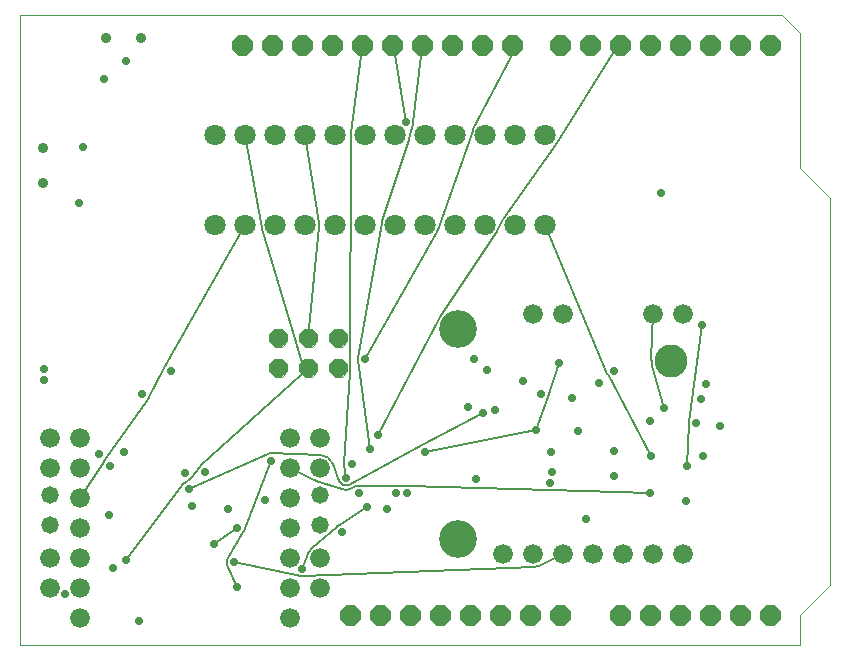
<source format=gbr>
%FSLAX44Y44*%
%OFA0.0000B0.0000*%
%SFA1B1*%
%MOMM*%
%ADD40C,0.0010X0.0000*%
%ADD41C,0.1524X0.0000*%
%ADD43C,0.0000X0.0000*%
%ADD56C,0.7000X0.0000*%
%ADD57C,0.9000X0.0000*%
%ADD58C,1.6764X0.0000*%
%ADD59C,3.2000X0.0000*%
%ADD60C,2.8000X0.0000*%
%ADD61C,1.3970X0.0000*%
%ADD62C,1.4732X0.0000*%
%ADD63C,1.8000X0.0000*%
%LNBOT+1456*%
%LPD*%
G36*
X525018Y511472D2*
X529928Y516382D1*
X536872Y516382D1*
X541782Y511472D1*
X541782Y504528D1*
X536872Y499618D1*
X529928Y499618D1*
X525018Y504528D1*
X525018Y511472D1*
G37*
%LNBOT+1457*%
%LPD*%
G36*
X499618Y28872D2*
X504528Y33782D1*
X511472Y33782D1*
X516382Y28872D1*
X516382Y21928D1*
X511472Y17018D1*
X504528Y17018D1*
X499618Y21928D1*
X499618Y28872D1*
G37*
%LNBOT+1458*%
%LPD*%
G36*
X550418Y511472D2*
X555328Y516382D1*
X562272Y516382D1*
X567182Y511472D1*
X567182Y504528D1*
X562272Y499618D1*
X555328Y499618D1*
X550418Y504528D1*
X550418Y511472D1*
G37*
%LNBOT+1459*%
%LPD*%
G36*
X575818Y511472D2*
X580728Y516382D1*
X587672Y516382D1*
X592582Y511472D1*
X592582Y504528D1*
X587672Y499618D1*
X580728Y499618D1*
X575818Y504528D1*
X575818Y511472D1*
G37*
%LNBOT+1460*%
%LPD*%
G36*
X601218Y511472D2*
X606128Y516382D1*
X613072Y516382D1*
X617982Y511472D1*
X617982Y504528D1*
X613072Y499618D1*
X606128Y499618D1*
X601218Y504528D1*
X601218Y511472D1*
G37*
%LNBOT+1461*%
%LPD*%
G36*
X626618Y511472D2*
X631528Y516382D1*
X638472Y516382D1*
X643382Y511472D1*
X643382Y504528D1*
X638472Y499618D1*
X631528Y499618D1*
X626618Y504528D1*
X626618Y511472D1*
G37*
%LNBOT+1462*%
%LPD*%
G36*
X499618Y511472D2*
X504528Y516382D1*
X511472Y516382D1*
X516382Y511472D1*
X516382Y504528D1*
X511472Y499618D1*
X504528Y499618D1*
X499618Y504528D1*
X499618Y511472D1*
G37*
%LNBOT+1463*%
%LPD*%
G36*
X474218Y511472D2*
X479128Y516382D1*
X486072Y516382D1*
X490982Y511472D1*
X490982Y504528D1*
X486072Y499618D1*
X479128Y499618D1*
X474218Y504528D1*
X474218Y511472D1*
G37*
%LNBOT+1464*%
%LPD*%
G36*
X448818Y511472D2*
X453728Y516382D1*
X460672Y516382D1*
X465582Y511472D1*
X465582Y504528D1*
X460672Y499618D1*
X453728Y499618D1*
X448818Y504528D1*
X448818Y511472D1*
G37*
%LNBOT+1465*%
%LPD*%
G36*
X408178Y511472D2*
X413088Y516382D1*
X420032Y516382D1*
X424942Y511472D1*
X424942Y504528D1*
X420032Y499618D1*
X413088Y499618D1*
X408178Y504528D1*
X408178Y511472D1*
G37*
%LNBOT+1466*%
%LPD*%
G36*
X382778Y511472D2*
X387688Y516382D1*
X394632Y516382D1*
X399542Y511472D1*
X399542Y504528D1*
X394632Y499618D1*
X387688Y499618D1*
X382778Y504528D1*
X382778Y511472D1*
G37*
%LNBOT+1467*%
%LPD*%
G36*
X357378Y511472D2*
X362288Y516382D1*
X369232Y516382D1*
X374142Y511472D1*
X374142Y504528D1*
X369232Y499618D1*
X362288Y499618D1*
X357378Y504528D1*
X357378Y511472D1*
G37*
%LNBOT+1468*%
%LPD*%
G36*
X331978Y511472D2*
X336888Y516382D1*
X343832Y516382D1*
X348742Y511472D1*
X348742Y504528D1*
X343832Y499618D1*
X336888Y499618D1*
X331978Y504528D1*
X331978Y511472D1*
G37*
%LNBOT+1469*%
%LPD*%
G36*
X306578Y511472D2*
X311488Y516382D1*
X318432Y516382D1*
X323342Y511472D1*
X323342Y504528D1*
X318432Y499618D1*
X311488Y499618D1*
X306578Y504528D1*
X306578Y511472D1*
G37*
%LNBOT+1470*%
%LPD*%
G36*
X281178Y511472D2*
X286088Y516382D1*
X293032Y516382D1*
X297942Y511472D1*
X297942Y504528D1*
X293032Y499618D1*
X286088Y499618D1*
X281178Y504528D1*
X281178Y511472D1*
G37*
%LNBOT+1471*%
%LPD*%
G36*
X255778Y511472D2*
X260688Y516382D1*
X267632Y516382D1*
X272542Y511472D1*
X272542Y504528D1*
X267632Y499618D1*
X260688Y499618D1*
X255778Y504528D1*
X255778Y511472D1*
G37*
%LNBOT+1472*%
%LPD*%
G36*
X230378Y511472D2*
X235288Y516382D1*
X242232Y516382D1*
X247142Y511472D1*
X247142Y504528D1*
X242232Y499618D1*
X235288Y499618D1*
X230378Y504528D1*
X230378Y511472D1*
G37*
%LNBOT+1473*%
%LPD*%
G36*
X525018Y28872D2*
X529928Y33782D1*
X536872Y33782D1*
X541782Y28872D1*
X541782Y21928D1*
X536872Y17018D1*
X529928Y17018D1*
X525018Y21928D1*
X525018Y28872D1*
G37*
%LNBOT+1474*%
%LPD*%
G36*
X550418Y28872D2*
X555328Y33782D1*
X562272Y33782D1*
X567182Y28872D1*
X567182Y21928D1*
X562272Y17018D1*
X555328Y17018D1*
X550418Y21928D1*
X550418Y28872D1*
G37*
%LNBOT+1475*%
%LPD*%
G36*
X575818Y28872D2*
X580728Y33782D1*
X587672Y33782D1*
X592582Y28872D1*
X592582Y21928D1*
X587672Y17018D1*
X580728Y17018D1*
X575818Y21928D1*
X575818Y28872D1*
G37*
%LNBOT+1476*%
%LPD*%
G36*
X601218Y28872D2*
X606128Y33782D1*
X613072Y33782D1*
X617982Y28872D1*
X617982Y21928D1*
X613072Y17018D1*
X606128Y17018D1*
X601218Y21928D1*
X601218Y28872D1*
G37*
%LNBOT+1477*%
%LPD*%
G36*
X626618Y28872D2*
X631528Y33782D1*
X638472Y33782D1*
X643382Y28872D1*
X643382Y21928D1*
X638472Y17018D1*
X631528Y17018D1*
X626618Y21928D1*
X626618Y28872D1*
G37*
%LNBOT+1478*%
%LPD*%
G36*
X448818Y28872D2*
X453728Y33782D1*
X460672Y33782D1*
X465582Y28872D1*
X465582Y21928D1*
X460672Y17018D1*
X453728Y17018D1*
X448818Y21928D1*
X448818Y28872D1*
G37*
%LNBOT+1479*%
%LPD*%
G36*
X423418Y28872D2*
X428328Y33782D1*
X435272Y33782D1*
X440182Y28872D1*
X440182Y21928D1*
X435272Y17018D1*
X428328Y17018D1*
X423418Y21928D1*
X423418Y28872D1*
G37*
%LNBOT+1480*%
%LPD*%
G36*
X398018Y28872D2*
X402928Y33782D1*
X409872Y33782D1*
X414782Y28872D1*
X414782Y21928D1*
X409872Y17018D1*
X402928Y17018D1*
X398018Y21928D1*
X398018Y28872D1*
G37*
%LNBOT+1481*%
%LPD*%
G36*
X372618Y28872D2*
X377528Y33782D1*
X384472Y33782D1*
X389382Y28872D1*
X389382Y21928D1*
X384472Y17018D1*
X377528Y17018D1*
X372618Y21928D1*
X372618Y28872D1*
G37*
%LNBOT+1482*%
%LPD*%
G36*
X347218Y28872D2*
X352128Y33782D1*
X359072Y33782D1*
X363982Y28872D1*
X363982Y21928D1*
X359072Y17018D1*
X352128Y17018D1*
X347218Y21928D1*
X347218Y28872D1*
G37*
%LNBOT+1483*%
%LPD*%
G36*
X321818Y28872D2*
X326728Y33782D1*
X333672Y33782D1*
X338582Y28872D1*
X338582Y21928D1*
X333672Y17018D1*
X326728Y17018D1*
X321818Y21928D1*
X321818Y28872D1*
G37*
%LNBOT+1484*%
%LPD*%
G36*
X204978Y511472D2*
X209888Y516382D1*
X216832Y516382D1*
X221742Y511472D1*
X221742Y504528D1*
X216832Y499618D1*
X209888Y499618D1*
X204978Y504528D1*
X204978Y511472D1*
G37*
%LNBOT+1485*%
%LPD*%
G36*
X179578Y511472D2*
X184488Y516382D1*
X191432Y516382D1*
X196342Y511472D1*
X196342Y504528D1*
X191432Y499618D1*
X184488Y499618D1*
X179578Y504528D1*
X179578Y511472D1*
G37*
%LNBOT+1486*%
%LPD*%
G36*
X296418Y28872D2*
X301328Y33782D1*
X308272Y33782D1*
X313182Y28872D1*
X313182Y21928D1*
X308272Y17018D1*
X301328Y17018D1*
X296418Y21928D1*
X296418Y28872D1*
G37*
%LNBOT+1487*%
%LPD*%
G36*
X271018Y28872D2*
X275928Y33782D1*
X282872Y33782D1*
X287782Y28872D1*
X287782Y21928D1*
X282872Y17018D1*
X275928Y17018D1*
X271018Y21928D1*
X271018Y28872D1*
G37*
%LNBOT+1488*%
%LPD*%
G36*
X210900Y238073D2*
X215317Y242490D1*
X221563Y242490D1*
X225980Y238073D1*
X225980Y231827D1*
X221563Y227410D1*
X215317Y227410D1*
X210900Y231827D1*
X210900Y238073D1*
G37*
%LNBOT+1489*%
%LPD*%
G36*
X210900Y263473D2*
X215317Y267890D1*
X221563Y267890D1*
X225980Y263473D1*
X225980Y257227D1*
X221563Y252810D1*
X215317Y252810D1*
X210900Y257227D1*
X210900Y263473D1*
G37*
%LNBOT+1490*%
%LPD*%
G36*
X236300Y238073D2*
X240717Y242490D1*
X246963Y242490D1*
X251380Y238073D1*
X251380Y231827D1*
X246963Y227410D1*
X240717Y227410D1*
X236300Y231827D1*
X236300Y238073D1*
G37*
%LNBOT+1491*%
%LPD*%
G36*
X236300Y263473D2*
X240717Y267890D1*
X246963Y267890D1*
X251380Y263473D1*
X251380Y257227D1*
X246963Y252810D1*
X240717Y252810D1*
X236300Y257227D1*
X236300Y263473D1*
G37*
%LNBOT+1492*%
%LPD*%
G36*
X261700Y238073D2*
X266117Y242490D1*
X272363Y242490D1*
X276780Y238073D1*
X276780Y231827D1*
X272363Y227410D1*
X266117Y227410D1*
X261700Y231827D1*
X261700Y238073D1*
G37*
%LNBOT+1493*%
%LPD*%
G36*
X261700Y263473D2*
X266117Y267890D1*
X272363Y267890D1*
X276780Y263473D1*
X276780Y257227D1*
X272363Y252810D1*
X266117Y252810D1*
X261700Y257227D1*
X261700Y263473D1*
G37*
%LNBOT+1*%
%LPD*%
G54D10*
G54D40*
X645160Y533400D2*
X0Y533400D1*
X660400Y518160D2*
X645160Y533400D1*
X660400Y403860D2*
X660400Y518160D1*
X685800Y378460D2*
X660400Y403860D1*
X685800Y50800D2*
X685800Y378460D1*
X660400Y25400D2*
X685800Y50800D1*
X660400Y0D2*
X660400Y25400D1*
X0Y0D2*
X660400Y0D1*
X0Y533400D2*
X0Y0D1*
G54D41*
X209619Y162081D2*
X142574Y132397D1*
G75*
G01X212411Y162618D2*
G03X209619Y162081I-235J-6313D1*
G74*
X254417Y161051D2*
X212411Y162618D1*
G75*
G01X264555Y153602D2*
G03X254417Y161051I-10555J-3742D1*
G74*
X269614Y139331D2*
X264555Y153602D1*
G75*
G01X269614Y139331D2*
G03X278608Y135905I5954J2111D1*
G74*
X339857Y169535D2*
X278608Y135905D1*
X339944Y169582D2*
X339857Y169535D1*
X391413Y196801D2*
X339944Y169582D1*
X249062Y139808D2*
X228600Y149860D1*
G75*
G01X249062Y139808D2*
G03X250522Y139215I4938J10052D1*
G74*
X272494Y132035D2*
X250522Y139215D1*
G75*
G01X272494Y132035D2*
G03X279559Y132387I3074J9407D1*
G74*
X284391Y134516D2*
X279559Y132387D1*
G75*
G01X286945Y135053D2*
G03X284391Y134516I-6J-6317D1*
G74*
X327778Y135016D2*
X286945Y135053D1*
G75*
G01X327981Y135013D2*
G03X327778Y135016I-209J-6314D1*
G74*
X448645Y131016D2*
X327981Y135013D1*
X448696Y131015D2*
X448645Y131016D1*
X533186Y128900D2*
X448696Y131015D1*
X317670Y500380D2*
X314960Y508000D1*
X317670Y499618D2*
X317670Y500380D1*
G75*
G01X317670Y499618D2*
G03X317679Y499500I762J0D1*
G74*
X326467Y443383D2*
X317679Y499500D1*
X339705Y500380D2*
X340360Y508000D1*
X339705Y499618D2*
X339705Y500380D1*
G75*
G01X339684Y499275D2*
G03X339705Y499618I-2796J343D1*
G74*
X332737Y442614D2*
X339684Y499275D1*
G75*
G01X332549Y441674D2*
G03X332737Y442614I-6082J1709D1*
G74*
X328877Y428604D2*
X332549Y441674D1*
G75*
G01X328734Y428135D2*
G03X328877Y428604I-11234J3665D1*
G74*
X306266Y359265D2*
X328734Y428135D1*
G75*
G01X306266Y359265D2*
G03X305858Y357628I11234J-3665D1*
G74*
X285908Y243126D2*
X305858Y357628D1*
G75*
G01X285908Y243126D2*
G03X285875Y241167I6223J-1084D1*
G74*
X296396Y165932D2*
X285875Y241167D1*
X268678Y101069D2*
X293348Y116644D1*
G75*
G01X268678Y101069D2*
G03X267918Y100505I3372J-5342D1*
G74*
X246674Y82130D2*
X267918Y100505D1*
G75*
G01X246674Y82130D2*
G03X243507Y77573I7326J-8470D1*
G74*
X238801Y64954D2*
X243507Y77573D1*
X288905Y500380D2*
X289560Y508000D1*
X288905Y499618D2*
X288905Y500380D1*
G75*
G01X288882Y499258D2*
G03X288905Y499618I-2794J360D1*
G74*
X280380Y433311D2*
X288882Y499258D1*
G75*
G01X280380Y433311D2*
G03X280283Y431841I11720J-1511D1*
G74*
X279597Y231817D2*
X280283Y431841D1*
G75*
G01X279590Y231635D2*
G03X279597Y231817I-2810J192D1*
G74*
X274256Y153490D2*
X279590Y231635D1*
G75*
G01X274256Y153490D2*
G03X274285Y152320I6302J-430D1*
G74*
X275568Y141442D2*
X274285Y152320D1*
X503075Y502149D2*
X508000Y508000D1*
X502536Y501610D2*
X503075Y502149D1*
X502518Y501592D2*
X502536Y501610D1*
G75*
G01X502518Y501592D2*
G03X502145Y501120I2010J-1974D1*
G74*
X454498Y425500D2*
X502145Y501120D1*
G75*
G01X454162Y424996D2*
G03X454498Y425500I-9662J6804D1*
G74*
X409868Y362101D2*
X454162Y424996D1*
G75*
G01X409868Y362101D2*
G03X409062Y360769I9232J-6501D1*
G74*
X403738Y350431D2*
X409062Y360769D1*
G75*
G01X403095Y349338D2*
G03X403738Y350431I-9395J6262D1*
G74*
X355620Y278115D2*
X403095Y349338D1*
G75*
G01X355620Y278115D2*
G03X354652Y276486I15220J-10145D1*
G74*
X302934Y178170D2*
X354652Y276486D1*
X565977Y189153D2*
X577256Y271295D1*
G75*
G01X565977Y189153D2*
G03X565923Y188551I6258J-859D1*
G74*
X564428Y151775D2*
X565923Y188551D1*
X415905Y500380D2*
X416560Y508000D1*
X415905Y499618D2*
X415905Y500380D1*
G75*
G01X415587Y498318D2*
G03X415905Y499618I-2499J1300D1*
G74*
X383684Y437012D2*
X415587Y498318D1*
G75*
G01X383684Y437012D2*
G03X383051Y435553I10016J-5212D1*
G74*
X353549Y351847D2*
X383051Y435553D1*
G75*
G01X352747Y350075D2*
G03X353549Y351847I-9847J5525D1*
G74*
X292131Y242042D2*
X352747Y350075D1*
X244146Y267128D2*
X243840Y260350D1*
X244146Y267890D2*
X244146Y267128D1*
G75*
G01X244161Y268179D2*
G03X244146Y267890I2802J-289D1*
G74*
X253055Y354387D2*
X244161Y268179D1*
G75*
G01X253055Y354387D2*
G03X252974Y357433I-11755J1213D1*
G74*
X241300Y431800D2*
X252974Y357433D1*
X175309Y67819D2*
X183334Y49640D1*
G75*
G01X175661Y73603D2*
G03X175309Y67819I5427J-3233D1*
G74*
X188771Y95608D2*
X175661Y73603D1*
G75*
G01X188771Y95608D2*
G03X189241Y96577I-5427J3233D1*
G74*
X212176Y156305D2*
X189241Y96577D1*
X497031Y229918D2*
X444500Y355600D1*
G75*
G01X497031Y229918D2*
G03X497290Y229373I5828J2436D1*
G74*
X534273Y160274D2*
X497290Y229373D1*
X70707Y155360D2*
X50800Y124460D1*
G75*
G01X70855Y155581D2*
G03X70707Y155360I5162J-3642D1*
G74*
X108582Y209053D2*
X70855Y155581D1*
G75*
G01X108582Y209053D2*
G03X109037Y209805I-5162J3642D1*
G74*
X121952Y234904D2*
X109037Y209805D1*
G75*
G01X122076Y235134D2*
G03X121952Y234904I5493J-3120D1*
G74*
X190500Y355600D2*
X122076Y235134D1*
X447130Y210140D2*
X437048Y182421D1*
G75*
G01X447130Y210140D2*
G03X447210Y210371I-5936J2159D1*
G74*
X456321Y238803D2*
X447210Y210371D1*
X342897Y163998D2*
X437048Y182421D1*
X137500Y136160D2*
X89851Y71919D1*
G75*
G01X139144Y137702D2*
G03X137500Y136160I3430J-5305D1*
G74*
X143299Y140388D2*
X139144Y137702D1*
G75*
G01X143299Y140388D2*
G03X144841Y141797I-3430J5305D1*
G74*
X151763Y150629D2*
X144841Y141797D1*
G75*
G01X152473Y151396D2*
G03X151763Y150629I4262J-4663D1*
G74*
X238200Y229748D2*
X152473Y151396D1*
X238257Y229802D2*
X238200Y229748D1*
X238291Y229835D2*
X238257Y229802D1*
X238830Y230374D2*
X238291Y229835D1*
X243840Y234950D2*
X238830Y230374D1*
X239264Y239959D2*
X243840Y234950D1*
X238725Y240498D2*
X239264Y239959D1*
X238707Y240516D2*
X238725Y240498D1*
G75*
G01X238019Y241681D2*
G03X238707Y240516I2698J809D1*
G74*
X233602Y256418D2*
X238019Y241681D1*
X233600Y256424D2*
X233602Y256418D1*
X205077Y352383D2*
X233600Y256424D1*
G75*
G01X204793Y353571D2*
G03X205077Y352383I11107J2029D1*
G74*
X190500Y431800D2*
X204793Y353571D1*
X237529Y58766D2*
X181088Y70370D1*
G75*
G01X237529Y58766D2*
G03X239047Y58642I1272J6188D1*
G74*
X434777Y66280D2*
X239047Y58642D1*
G75*
G01X434777Y66280D2*
G03X439278Y67418I-437J11190D1*
G74*
X459740Y77470D2*
X439278Y67418D1*
X534954Y236764D2*
X544800Y200622D1*
G75*
G01X534394Y241692D2*
G03X534954Y236764I16278J-646D1*
G74*
X535940Y280670D2*
X534394Y241692D1*
X164219Y85552D2*
X183344Y98841D1*
G54D43*
X261700Y263473D2*
X266117Y267890D1*
X272363Y267890*
X276780Y263473*
X276780Y257227*
X272363Y252810*
X266117Y252810*
X261700Y257227*
X261700Y263473*
X261700Y238073D2*
X266117Y242490D1*
X272363Y242490*
X276780Y238073*
X276780Y231827*
X272363Y227410*
X266117Y227410*
X261700Y231827*
X261700Y238073*
X236300Y263473D2*
X240717Y267890D1*
X246963Y267890*
X251380Y263473*
X251380Y257227*
X246963Y252810*
X240717Y252810*
X236300Y257227*
X236300Y263473*
X236300Y238073D2*
X240717Y242490D1*
X246963Y242490*
X251380Y238073*
X251380Y231827*
X246963Y227410*
X240717Y227410*
X236300Y231827*
X236300Y238073*
X210900Y263473D2*
X215317Y267890D1*
X221563Y267890*
X225980Y263473*
X225980Y257227*
X221563Y252810*
X215317Y252810*
X210900Y257227*
X210900Y263473*
X210900Y238073D2*
X215317Y242490D1*
X221563Y242490*
X225980Y238073*
X225980Y231827*
X221563Y227410*
X215317Y227410*
X210900Y231827*
X210900Y238073*
X271018Y28872D2*
X275928Y33782D1*
X282872Y33782*
X287782Y28872*
X287782Y21928*
X282872Y17018*
X275928Y17018*
X271018Y21928*
X271018Y28872*
X296418Y28872D2*
X301328Y33782D1*
X308272Y33782*
X313182Y28872*
X313182Y21928*
X308272Y17018*
X301328Y17018*
X296418Y21928*
X296418Y28872*
X179578Y511472D2*
X184488Y516382D1*
X191432Y516382*
X196342Y511472*
X196342Y504528*
X191432Y499618*
X184488Y499618*
X179578Y504528*
X179578Y511472*
X204978Y511472D2*
X209888Y516382D1*
X216832Y516382*
X221742Y511472*
X221742Y504528*
X216832Y499618*
X209888Y499618*
X204978Y504528*
X204978Y511472*
X321818Y28872D2*
X326728Y33782D1*
X333672Y33782*
X338582Y28872*
X338582Y21928*
X333672Y17018*
X326728Y17018*
X321818Y21928*
X321818Y28872*
X347218Y28872D2*
X352128Y33782D1*
X359072Y33782*
X363982Y28872*
X363982Y21928*
X359072Y17018*
X352128Y17018*
X347218Y21928*
X347218Y28872*
X372618Y28872D2*
X377528Y33782D1*
X384472Y33782*
X389382Y28872*
X389382Y21928*
X384472Y17018*
X377528Y17018*
X372618Y21928*
X372618Y28872*
X398018Y28872D2*
X402928Y33782D1*
X409872Y33782*
X414782Y28872*
X414782Y21928*
X409872Y17018*
X402928Y17018*
X398018Y21928*
X398018Y28872*
X423418Y28872D2*
X428328Y33782D1*
X435272Y33782*
X440182Y28872*
X440182Y21928*
X435272Y17018*
X428328Y17018*
X423418Y21928*
X423418Y28872*
X448818Y28872D2*
X453728Y33782D1*
X460672Y33782*
X465582Y28872*
X465582Y21928*
X460672Y17018*
X453728Y17018*
X448818Y21928*
X448818Y28872*
X626618Y28872D2*
X631528Y33782D1*
X638472Y33782*
X643382Y28872*
X643382Y21928*
X638472Y17018*
X631528Y17018*
X626618Y21928*
X626618Y28872*
X601218Y28872D2*
X606128Y33782D1*
X613072Y33782*
X617982Y28872*
X617982Y21928*
X613072Y17018*
X606128Y17018*
X601218Y21928*
X601218Y28872*
X575818Y28872D2*
X580728Y33782D1*
X587672Y33782*
X592582Y28872*
X592582Y21928*
X587672Y17018*
X580728Y17018*
X575818Y21928*
X575818Y28872*
X550418Y28872D2*
X555328Y33782D1*
X562272Y33782*
X567182Y28872*
X567182Y21928*
X562272Y17018*
X555328Y17018*
X550418Y21928*
X550418Y28872*
X525018Y28872D2*
X529928Y33782D1*
X536872Y33782*
X541782Y28872*
X541782Y21928*
X536872Y17018*
X529928Y17018*
X525018Y21928*
X525018Y28872*
X230378Y511472D2*
X235288Y516382D1*
X242232Y516382*
X247142Y511472*
X247142Y504528*
X242232Y499618*
X235288Y499618*
X230378Y504528*
X230378Y511472*
X255778Y511472D2*
X260688Y516382D1*
X267632Y516382*
X272542Y511472*
X272542Y504528*
X267632Y499618*
X260688Y499618*
X255778Y504528*
X255778Y511472*
X281178Y511472D2*
X286088Y516382D1*
X293032Y516382*
X297942Y511472*
X297942Y504528*
X293032Y499618*
X286088Y499618*
X281178Y504528*
X281178Y511472*
X306578Y511472D2*
X311488Y516382D1*
X318432Y516382*
X323342Y511472*
X323342Y504528*
X318432Y499618*
X311488Y499618*
X306578Y504528*
X306578Y511472*
X331978Y511472D2*
X336888Y516382D1*
X343832Y516382*
X348742Y511472*
X348742Y504528*
X343832Y499618*
X336888Y499618*
X331978Y504528*
X331978Y511472*
X357378Y511472D2*
X362288Y516382D1*
X369232Y516382*
X374142Y511472*
X374142Y504528*
X369232Y499618*
X362288Y499618*
X357378Y504528*
X357378Y511472*
X382778Y511472D2*
X387688Y516382D1*
X394632Y516382*
X399542Y511472*
X399542Y504528*
X394632Y499618*
X387688Y499618*
X382778Y504528*
X382778Y511472*
X408178Y511472D2*
X413088Y516382D1*
X420032Y516382*
X424942Y511472*
X424942Y504528*
X420032Y499618*
X413088Y499618*
X408178Y504528*
X408178Y511472*
X448818Y511472D2*
X453728Y516382D1*
X460672Y516382*
X465582Y511472*
X465582Y504528*
X460672Y499618*
X453728Y499618*
X448818Y504528*
X448818Y511472*
X474218Y511472D2*
X479128Y516382D1*
X486072Y516382*
X490982Y511472*
X490982Y504528*
X486072Y499618*
X479128Y499618*
X474218Y504528*
X474218Y511472*
X499618Y511472D2*
X504528Y516382D1*
X511472Y516382*
X516382Y511472*
X516382Y504528*
X511472Y499618*
X504528Y499618*
X499618Y504528*
X499618Y511472*
X626618Y511472D2*
X631528Y516382D1*
X638472Y516382*
X643382Y511472*
X643382Y504528*
X638472Y499618*
X631528Y499618*
X626618Y504528*
X626618Y511472*
X601218Y511472D2*
X606128Y516382D1*
X613072Y516382*
X617982Y511472*
X617982Y504528*
X613072Y499618*
X606128Y499618*
X601218Y504528*
X601218Y511472*
X575818Y511472D2*
X580728Y516382D1*
X587672Y516382*
X592582Y511472*
X592582Y504528*
X587672Y499618*
X580728Y499618*
X575818Y504528*
X575818Y511472*
X550418Y511472D2*
X555328Y516382D1*
X562272Y516382*
X567182Y511472*
X567182Y504528*
X562272Y499618*
X555328Y499618*
X550418Y504528*
X550418Y511472*
X499618Y28872D2*
X504528Y33782D1*
X511472Y33782*
X516382Y28872*
X516382Y21928*
X511472Y17018*
X504528Y17018*
X499618Y21928*
X499618Y28872*
X525018Y511472D2*
X529928Y516382D1*
X536872Y516382*
X541782Y511472*
X541782Y504528*
X536872Y499618*
X529928Y499618*
X525018Y504528*
X525018Y511472*
G54D56*
X70729Y479076D3*
X142574Y132397D3*
X391413Y196801D3*
X580741Y221275D3*
X533186Y128900D3*
X563695Y121916D3*
X576286Y208151D3*
X326467Y443383D3*
X286939Y128736D3*
X318198Y128664D3*
X310556Y114993D3*
X394805Y233319D3*
X293348Y116644D3*
X238801Y64954D3*
X296396Y165932D3*
X275568Y141442D3*
X20005Y224742D3*
X127569Y232014D3*
X280558Y153060D3*
X156735Y146733D3*
X88253Y163485D3*
X302934Y178170D3*
X577256Y271295D3*
X564428Y151775D3*
X50021Y374770D3*
X292131Y242042D3*
X572235Y188294D3*
X534273Y160274D3*
X183334Y49640D3*
X212176Y156305D3*
X502955Y142866D3*
X384311Y242704D3*
X100926Y20771D3*
X342897Y163998D3*
X437048Y182421D3*
X456321Y238803D3*
X272050Y95727D3*
X53089Y421593D3*
X542408Y382489D3*
X592495Y185479D3*
X467229Y208945D3*
X503116Y164512D3*
X89851Y71919D3*
X471892Y180967D3*
X181088Y70370D3*
X401941Y199457D3*
X448854Y137330D3*
X327772Y128699D3*
X78917Y65590D3*
X37817Y43193D3*
X183344Y98841D3*
X164219Y85552D3*
X145265Y117543D3*
X139869Y145693D3*
X207155Y123148D3*
X533365Y189874D3*
X379281Y201640D3*
X544800Y200622D3*
X577766Y160567D3*
X89180Y494745D3*
X20010Y233797D3*
X103420Y212695D3*
X66917Y161544D3*
X74769Y110177D3*
X76017Y151939D3*
X176052Y115141D3*
X478665Y106794D3*
X502859Y232354D3*
X425230Y223658D3*
X489797Y221913D3*
X449926Y146321D3*
X441194Y212299D3*
X449226Y163767D3*
X386046Y140807D3*
G54D57*
X72630Y514350D3*
X102630Y514350D3*
X19050Y391400D3*
X19050Y421400D3*
G54D58*
X561340Y280670D3*
X535940Y280670D3*
X459740Y280670D3*
X434340Y280670D3*
X408940Y77470D3*
X434340Y77470D3*
X459740Y77470D3*
X485140Y77470D3*
X510540Y77470D3*
X535940Y77470D3*
X561340Y77470D3*
X254000Y175260D3*
X254000Y149860D3*
X254000Y73660D3*
X254000Y48260D3*
X50800Y22860D3*
X50800Y48260D3*
X50800Y73660D3*
X50800Y99060D3*
X50800Y124460D3*
X50800Y149860D3*
X50800Y175260D3*
X25400Y175260D3*
X25400Y149860D3*
X25400Y73660D3*
X25400Y48260D3*
X228600Y22860D3*
X228600Y48260D3*
X228600Y73660D3*
X228600Y99060D3*
X228600Y124460D3*
X228600Y149860D3*
X228600Y175260D3*
G54D59*
X370840Y267970D3*
X370840Y90170D3*
G54D60*
X550672Y241046D3*
G54D61*
X25400Y127000D3*
X25400Y101600D3*
X254000Y127000D3*
X254000Y101600D3*
G54D62*
X25400Y127000D3*
X25400Y101600D3*
X254000Y127000D3*
X254000Y101600D3*
G54D63*
X165100Y431800D3*
X190500Y431800D3*
X215900Y431800D3*
X241300Y431800D3*
X266700Y431800D3*
X292100Y431800D3*
X317500Y431800D3*
X342900Y431800D3*
X368300Y431800D3*
X393700Y431800D3*
X419100Y431800D3*
X444500Y431800D3*
X444500Y355600D3*
X419100Y355600D3*
X393700Y355600D3*
X368300Y355600D3*
X342900Y355600D3*
X317500Y355600D3*
X292100Y355600D3*
X266700Y355600D3*
X241300Y355600D3*
X215900Y355600D3*
X190500Y355600D3*
X165100Y355600D3*
M02*

</source>
